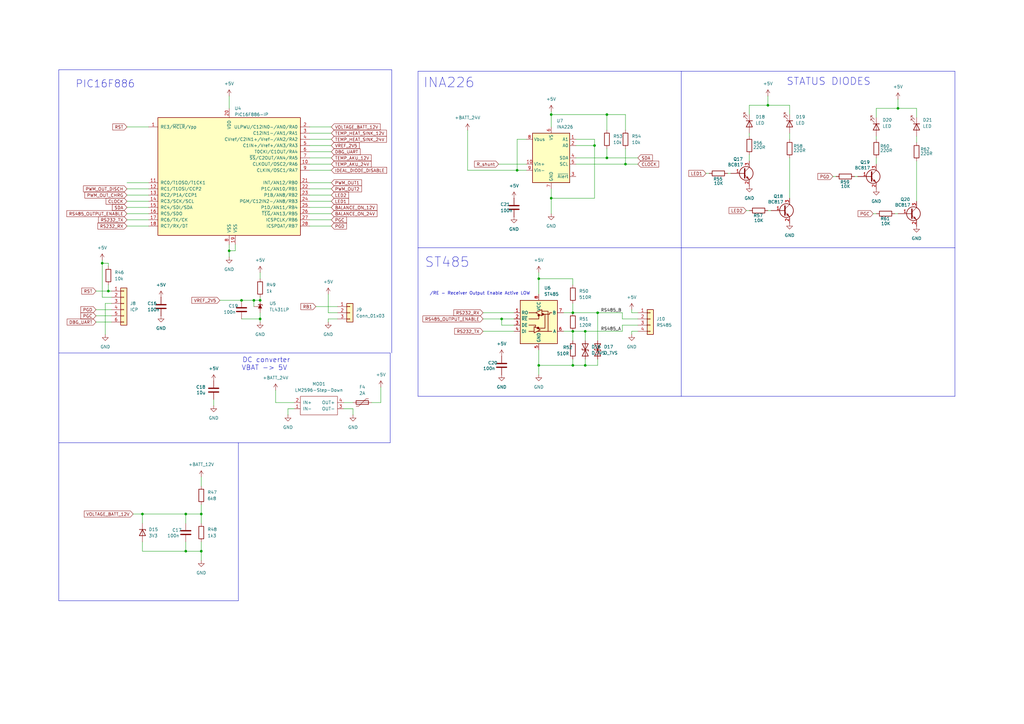
<source format=kicad_sch>
(kicad_sch (version 20231120) (generator "eeschema") (generator_version "8.0")
  (paper "A3")
  (lib_symbols
    (symbol "Connector_Generic:Conn_01x03" (pin_names (offset 1.016) hide)
      (property "Reference" "J" (at 0 5.08 0))
      (property "Value" "Conn_01x03" (at 0 -5.08 0))
      (symbol "Conn_01x03_1_1"
        (pin passive line (at -5.08 2.54 0) (length 3.81) (name "Pin_1") (number "1"))
        (pin passive line (at -5.08 0 0) (length 3.81) (name "Pin_2") (number "2"))
        (pin passive line (at -5.08 -2.54 0) (length 3.81) (name "Pin_3") (number "3"))
      )
    )
    (symbol "Connector_Generic:Conn_01x04" (pin_names (offset 1.016) hide)
      (property "Reference" "J" (at 0 5.08 0))
      (property "Value" "Conn_01x04" (at 0 -7.62 0))
      (symbol "Conn_01x04_1_1"
        (pin passive line (at -5.08 2.54 0) (length 3.81) (name "Pin_1") (number "1"))
        (pin passive line (at -5.08 0 0) (length 3.81) (name "Pin_2") (number "2"))
        (pin passive line (at -5.08 -2.54 0) (length 3.81) (name "Pin_3") (number "3"))
        (pin passive line (at -5.08 -5.08 0) (length 3.81) (name "Pin_4") (number "4"))
      )
    )
    (symbol "Connector_Generic:Conn_01x06" (pin_names (offset 1.016) hide)
      (property "Reference" "J" (at 0 7.62 0))
      (property "Value" "Conn_01x06" (at 0 -10.16 0))
      (symbol "Conn_01x06_1_1"
        (pin passive line (at -5.08 5.08 0) (length 3.81) (name "Pin_1") (number "1"))
        (pin passive line (at -5.08 2.54 0) (length 3.81) (name "Pin_2") (number "2"))
        (pin passive line (at -5.08 0 0) (length 3.81) (name "Pin_3") (number "3"))
        (pin passive line (at -5.08 -2.54 0) (length 3.81) (name "Pin_4") (number "4"))
        (pin passive line (at -5.08 -5.08 0) (length 3.81) (name "Pin_5") (number "5"))
        (pin passive line (at -5.08 -7.62 0) (length 3.81) (name "Pin_6") (number "6"))
      )
    )
    (symbol "Device:C" (pin_numbers hide) (pin_names (offset 0.254))
      (property "Reference" "C" (at 0.635 2.54 0))
      (property "Value" "C" (at 0.635 -2.54 0))
      (symbol "C_1_1"
        (pin passive line (at 0 3.81 270) (length 2.794) (name "~") (number "1"))
        (pin passive line (at 0 -3.81 90) (length 2.794) (name "~") (number "2"))
      )
    )
    (symbol "Device:D_TVS" (pin_numbers hide) (pin_names (offset 1.016) hide)
      (property "Reference" "D" (at 0 2.54 0))
      (property "Value" "D_TVS" (at 0 -2.54 0))
      (symbol "D_TVS_1_1"
        (pin passive line (at -3.81 0 0) (length 2.54) (name "A1") (number "1"))
        (pin passive line (at 3.81 0 180) (length 2.54) (name "A2") (number "2"))
      )
    )
    (symbol "Device:D_Zener" (pin_numbers hide) (pin_names (offset 1.016) hide)
      (property "Reference" "D" (at 0 2.54 0))
      (property "Value" "D_Zener" (at 0 -2.54 0))
      (symbol "D_Zener_1_1"
        (pin passive line (at -3.81 0 0) (length 2.54) (name "K") (number "1"))
        (pin passive line (at 3.81 0 180) (length 2.54) (name "A") (number "2"))
      )
    )
    (symbol "Device:LED" (pin_numbers hide) (pin_names (offset 1.016) hide)
      (property "Reference" "D" (at 0 2.54 0))
      (property "Value" "LED" (at 0 -2.54 0))
      (symbol "LED_1_1"
        (pin passive line (at -3.81 0 0) (length 2.54) (name "K") (number "1"))
        (pin passive line (at 3.81 0 180) (length 2.54) (name "A") (number "2"))
      )
    )
    (symbol "Device:Polyfuse" (pin_numbers hide) (pin_names (offset 0))
      (property "Reference" "F" (at -2.54 0 90))
      (property "Value" "Polyfuse" (at 2.54 0 90))
      (symbol "Polyfuse_1_1"
        (pin passive line (at 0 3.81 270) (length 1.27) (name "~") (number "1"))
        (pin passive line (at 0 -3.81 90) (length 1.27) (name "~") (number "2"))
      )
    )
    (symbol "Device:R" (pin_numbers hide) (pin_names (offset 0))
      (property "Reference" "R" (at 2.032 0 90))
      (property "Value" "R" (at 0 0 90))
      (symbol "R_1_1"
        (pin passive line (at 0 3.81 270) (length 1.27) (name "~") (number "1"))
        (pin passive line (at 0 -3.81 90) (length 1.27) (name "~") (number "2"))
      )
    )
    (symbol "Interface_UART:ST485EBDR"
      (property "Reference" "U" (at -6.35 8.89 0))
      (property "Value" "ST485EBDR" (at 1.27 8.89 0))
      (symbol "ST485EBDR_1_1"
        (pin output line (at -10.16 2.54 0) (length 2.54) (name "RO") (number "1"))
        (pin input line (at -10.16 0 0) (length 2.54) (name "~{RE}") (number "2"))
        (pin input line (at -10.16 -2.54 0) (length 2.54) (name "DE") (number "3"))
        (pin input line (at -10.16 -5.08 0) (length 2.54) (name "DI") (number "4"))
        (pin power_in line (at 0 -12.7 90) (length 2.54) (name "GND") (number "5"))
        (pin bidirectional line (at 10.16 -5.08 180) (length 2.54) (name "A") (number "6"))
        (pin bidirectional line (at 10.16 2.54 180) (length 2.54) (name "B") (number "7"))
        (pin power_in line (at 0 10.16 270) (length 2.54) (name "VCC") (number "8"))
      )
    )
    (symbol "MCU_Microchip_PIC16:PIC16F886-IP" (pin_names (offset 1.016))
      (property "Reference" "U" (at 13.97 27.94 0))
      (property "Value" "PIC16F886-IP" (at 13.97 25.4 0))
      (symbol "PIC16F886-IP_1_1"
        (pin bidirectional line (at -33.02 20.32 0) (length 3.81) (name "RE3/~{MCLR}/Vpp") (number "1"))
        (pin bidirectional line (at 33.02 5.08 180) (length 3.81) (name "CLKOUT/OSC2/RA6") (number "10"))
        (pin bidirectional line (at -33.02 -2.54 0) (length 3.81) (name "RC0/T1OSO/T1CK1") (number "11"))
        (pin bidirectional line (at -33.02 -5.08 0) (length 3.81) (name "RC1/T1OSI/CCP2") (number "12"))
        (pin bidirectional line (at -33.02 -7.62 0) (length 3.81) (name "RC2/P1A/CCP1") (number "13"))
        (pin bidirectional line (at -33.02 -10.16 0) (length 3.81) (name "RC3/SCK/SCL") (number "14"))
        (pin bidirectional line (at -33.02 -12.7 0) (length 3.81) (name "RC4/SDI/SDA") (number "15"))
        (pin bidirectional line (at -33.02 -15.24 0) (length 3.81) (name "RC5/SDO") (number "16"))
        (pin bidirectional line (at -33.02 -17.78 0) (length 3.81) (name "RC6/TX/CK") (number "17"))
        (pin bidirectional line (at -33.02 -20.32 0) (length 3.81) (name "RC7/RX/DT") (number "18"))
        (pin power_in line (at 2.54 -27.94 90) (length 3.81) (name "VSS") (number "19"))
        (pin bidirectional line (at 33.02 20.32 180) (length 3.81) (name "ULPWU/C12IN0-/AN0/RA0") (number "2"))
        (pin power_in line (at 0 27.94 270) (length 3.81) (name "VDD") (number "20"))
        (pin bidirectional line (at 33.02 -2.54 180) (length 3.81) (name "INT/AN12/RB0") (number "21"))
        (pin bidirectional line (at 33.02 -5.08 180) (length 3.81) (name "P1C/AN10/RB1") (number "22"))
        (pin bidirectional line (at 33.02 -7.62 180) (length 3.81) (name "P1B/AN8/RB2") (number "23"))
        (pin bidirectional line (at 33.02 -10.16 180) (length 3.81) (name "PGM/C12IN2-/AN8/RB3") (number "24"))
        (pin bidirectional line (at 33.02 -12.7 180) (length 3.81) (name "P1D/AN11/RB4") (number "25"))
        (pin bidirectional line (at 33.02 -15.24 180) (length 3.81) (name "~{T1G}/AN13/RB5") (number "26"))
        (pin bidirectional line (at 33.02 -17.78 180) (length 3.81) (name "ICSPCLK/RB6") (number "27"))
        (pin bidirectional line (at 33.02 -20.32 180) (length 3.81) (name "ICSPDAT/RB7") (number "28"))
        (pin bidirectional line (at 33.02 17.78 180) (length 3.81) (name "C12IN1-/AN1/RA1") (number "3"))
        (pin bidirectional line (at 33.02 15.24 180) (length 3.81) (name "CVref/C2IN1+/Vref-/AN2/RA2") (number "4"))
        (pin bidirectional line (at 33.02 12.7 180) (length 3.81) (name "C1IN+/Vref+/AN3/RA3") (number "5"))
        (pin bidirectional line (at 33.02 10.16 180) (length 3.81) (name "T0CKI/C1OUT/RA4") (number "6"))
        (pin bidirectional line (at 33.02 7.62 180) (length 3.81) (name "~{SS}/C2OUT/AN4/RA5") (number "7"))
        (pin power_in line (at 0 -27.94 90) (length 3.81) (name "VSS") (number "8"))
        (pin input line (at 33.02 2.54 180) (length 3.81) (name "CLKIN/OSC1/RA7") (number "9"))
      )
    )
    (symbol "My-Lib:LM2596-Step-Down" (pin_names (offset 1.016))
      (property "Reference" "MOD" (at 1.27 1.27 0))
      (property "Value" "LM2596-Step-Down" (at 8.89 3.81 0))
      (symbol "LM2596-Step-Down_1_1"
        (pin input line (at -2.54 -5.08 0) (length 2.54) (name "IN-") (number "1"))
        (pin input line (at -2.54 -2.54 0) (length 2.54) (name "IN+") (number "2"))
        (pin output line (at 17.78 -5.08 180) (length 2.54) (name "OUT-") (number "3"))
        (pin output line (at 17.78 -2.54 180) (length 2.54) (name "OUT+") (number "4"))
      )
    )
    (symbol "Reference_Voltage:TL431LP" (pin_numbers hide) (pin_names hide)
      (property "Reference" "U" (at -2.54 2.54 0))
      (property "Value" "TL431LP" (at 0 -2.54 0))
      (symbol "TL431LP_1_1"
        (pin passive line (at 0 2.54 270) (length 2.54) (name "REF") (number "1"))
        (pin passive line (at -2.54 0 0) (length 2.54) (name "A") (number "2"))
        (pin passive line (at 2.54 0 180) (length 2.54) (name "K") (number "3"))
      )
    )
    (symbol "Sensor_Energy:INA226"
      (property "Reference" "U" (at -6.35 11.43 0))
      (property "Value" "INA226" (at 3.81 11.43 0))
      (symbol "INA226_1_1"
        (pin input line (at 10.16 7.62 180) (length 2.54) (name "A1") (number "1"))
        (pin input line (at -10.16 -2.54 0) (length 2.54) (name "Vin+") (number "10"))
        (pin input line (at 10.16 5.08 180) (length 2.54) (name "A0") (number "2"))
        (pin open_collector line (at 10.16 -7.62 180) (length 2.54) (name "~{Alert}") (number "3"))
        (pin bidirectional line (at 10.16 0 180) (length 2.54) (name "SDA") (number "4"))
        (pin input line (at 10.16 -2.54 180) (length 2.54) (name "SCL") (number "5"))
        (pin power_in line (at 0 12.7 270) (length 2.54) (name "VS") (number "6"))
        (pin power_in line (at 0 -12.7 90) (length 2.54) (name "GND") (number "7"))
        (pin input line (at -10.16 7.62 0) (length 2.54) (name "Vbus") (number "8"))
        (pin input line (at -10.16 -5.08 0) (length 2.54) (name "Vin-") (number "9"))
      )
    )
    (symbol "Transistor_BJT:BC817" (pin_names (offset 0) hide)
      (property "Reference" "Q" (at 5.08 1.905 0))
      (property "Value" "BC817" (at 5.08 0 0))
      (symbol "BC817_1_1"
        (pin input line (at -5.08 0 0) (length 5.715) (name "B") (number "1"))
        (pin passive line (at 2.54 -5.08 90) (length 2.54) (name "E") (number "2"))
        (pin passive line (at 2.54 5.08 270) (length 2.54) (name "C") (number "3"))
      )
    )
    (symbol "power:+5V" (power) (pin_numbers hide) (pin_names (offset 0) hide)
      (property "Value" "+5V" (at 0 3.556 0))
      (symbol "+5V_1_1"
        (pin power_in line (at 0 0 90) (length 0) (name "~") (number "1"))
      )
    )
    (symbol "power:+BATT" (power) (pin_numbers hide) (pin_names (offset 0) hide)
      (property "Value" "+BATT" (at 0 3.556 0))
      (symbol "+BATT_1_1"
        (pin power_in line (at 0 0 90) (length 0) (name "~") (number "1"))
      )
    )
    (symbol "power:GND" (power) (pin_numbers hide) (pin_names (offset 0) hide)
      (property "Value" "GND" (at 0 -3.81 0))
      (symbol "GND_1_1"
        (pin power_in line (at 0 0 270) (length 0) (name "~") (number "1"))
      )
    )
  )
  (junction (at 93.98 102.87))
  (junction (at 243.84 59.69))
  (junction (at 106.68 123.19))
  (junction (at 44.45 119.38))
  (junction (at 245.11 128.27))
  (junction (at 234.95 149.86))
  (junction (at 220.98 114.3))
  (junction (at 76.2 210.82))
  (junction (at 248.92 46.99))
  (junction (at 240.03 135.89))
  (junction (at 82.55 226.06))
  (junction (at 212.09 69.85))
  (junction (at 99.06 123.19))
  (junction (at 104.14 123.19))
  (junction (at 248.92 64.77))
  (junction (at 314.96 43.18))
  (junction (at 220.98 149.86))
  (junction (at 226.06 81.28))
  (junction (at 41.91 107.95))
  (junction (at 256.54 67.31))
  (junction (at 76.2 226.06))
  (junction (at 368.3 44.45))
  (junction (at 234.95 135.89))
  (junction (at 58.42 210.82))
  (junction (at 234.95 128.27))
  (junction (at 240.03 149.86))
  (junction (at 226.06 46.99))
  (junction (at 106.68 130.81))
  (junction (at 82.55 210.82))
  (junction (at 205.74 130.81))
  (wire (pts (xy 45.72 124.46) (xy 43.18 124.46)))
  (wire (pts (xy 212.09 57.15) (xy 212.09 69.85)))
  (wire (pts (xy 248.92 46.99) (xy 248.92 53.34)))
  (wire (pts (xy 212.09 69.85) (xy 215.9 69.85)))
  (wire (pts (xy 306.07 86.36) (xy 307.34 86.36)))
  (wire (pts (xy 138.43 130.81) (xy 134.62 130.81)))
  (wire (pts (xy 118.11 170.18) (xy 118.11 167.64)))
  (wire (pts (xy 41.91 107.95) (xy 44.45 107.95)))
  (wire (pts (xy 127 64.77) (xy 135.89 64.77)))
  (wire (pts (xy 314.96 43.18) (xy 323.85 43.18)))
  (polyline (pts (xy 160.02 144.78) (xy 160.02 181.61)))
  (wire (pts (xy 226.06 45.72) (xy 226.06 46.99)))
  (wire (pts (xy 127 77.47) (xy 135.89 77.47)))
  (wire (pts (xy 76.2 210.82) (xy 82.55 210.82)))
  (wire (pts (xy 144.78 167.64) (xy 140.97 167.64)))
  (wire (pts (xy 368.3 40.64) (xy 368.3 44.45)))
  (wire (pts (xy 191.77 69.85) (xy 212.09 69.85)))
  (wire (pts (xy 226.06 46.99) (xy 248.92 46.99)))
  (wire (pts (xy 82.55 226.06) (xy 82.55 229.87)))
  (wire (pts (xy 255.27 133.35) (xy 255.27 135.89)))
  (wire (pts (xy 231.14 128.27) (xy 234.95 128.27)))
  (polyline (pts (xy 160.655 28.575) (xy 160.655 144.78)))
  (wire (pts (xy 323.85 64.77) (xy 323.85 81.28)))
  (wire (pts (xy 248.92 64.77) (xy 261.62 64.77)))
  (wire (pts (xy 76.2 210.82) (xy 76.2 214.63)))
  (wire (pts (xy 82.55 207.01) (xy 82.55 210.82)))
  (wire (pts (xy 41.91 107.95) (xy 41.91 121.92)))
  (wire (pts (xy 127 52.07) (xy 135.89 52.07)))
  (wire (pts (xy 198.12 128.27) (xy 210.82 128.27)))
  (wire (pts (xy 261.62 133.35) (xy 255.27 133.35)))
  (wire (pts (xy 259.08 137.16) (xy 259.08 135.89)))
  (wire (pts (xy 307.34 54.61) (xy 307.34 55.88)))
  (wire (pts (xy 76.2 222.25) (xy 76.2 226.06)))
  (wire (pts (xy 52.07 82.55) (xy 60.96 82.55)))
  (polyline (pts (xy 24.13 181.61) (xy 97.79 181.61)))
  (wire (pts (xy 52.07 80.01) (xy 60.96 80.01)))
  (wire (pts (xy 127 54.61) (xy 135.89 54.61)))
  (wire (pts (xy 99.06 123.19) (xy 104.14 123.19)))
  (wire (pts (xy 106.68 121.92) (xy 106.68 123.19)))
  (wire (pts (xy 259.08 128.27) (xy 259.08 127)))
  (wire (pts (xy 129.54 125.73) (xy 138.43 125.73)))
  (wire (pts (xy 245.11 147.32) (xy 245.11 149.86)))
  (wire (pts (xy 96.52 102.87) (xy 96.52 100.33)))
  (wire (pts (xy 359.41 64.77) (xy 359.41 67.31)))
  (wire (pts (xy 234.95 135.89) (xy 240.03 135.89)))
  (wire (pts (xy 236.22 64.77) (xy 248.92 64.77)))
  (wire (pts (xy 156.21 165.1) (xy 156.21 158.75)))
  (wire (pts (xy 210.82 133.35) (xy 205.74 133.35)))
  (wire (pts (xy 234.95 124.46) (xy 234.95 128.27)))
  (polyline (pts (xy 97.79 246.38) (xy 97.79 181.61)))
  (wire (pts (xy 76.2 226.06) (xy 58.42 226.06)))
  (polyline (pts (xy 279.4 162.56) (xy 391.668 162.56)))
  (wire (pts (xy 205.74 130.81) (xy 210.82 130.81)))
  (wire (pts (xy 44.45 109.22) (xy 44.45 107.95)))
  (wire (pts (xy 39.37 129.54) (xy 45.72 129.54)))
  (wire (pts (xy 104.14 125.73) (xy 104.14 123.19)))
  (wire (pts (xy 52.07 87.63) (xy 60.96 87.63)))
  (wire (pts (xy 39.37 127) (xy 45.72 127)))
  (wire (pts (xy 255.27 130.81) (xy 255.27 128.27)))
  (polyline (pts (xy 171.45 101.6) (xy 171.45 29.21)))
  (wire (pts (xy 359.41 44.45) (xy 359.41 48.26)))
  (wire (pts (xy 236.22 59.69) (xy 243.84 59.69)))
  (wire (pts (xy 39.37 119.38) (xy 44.45 119.38)))
  (wire (pts (xy 245.11 128.27) (xy 245.11 139.7)))
  (wire (pts (xy 259.08 135.89) (xy 261.62 135.89)))
  (wire (pts (xy 39.37 132.08) (xy 45.72 132.08)))
  (wire (pts (xy 58.42 210.82) (xy 58.42 214.63)))
  (wire (pts (xy 93.98 100.33) (xy 93.98 102.87)))
  (wire (pts (xy 44.45 116.84) (xy 44.45 119.38)))
  (wire (pts (xy 135.89 90.17) (xy 127 90.17)))
  (wire (pts (xy 99.06 130.81) (xy 106.68 130.81)))
  (wire (pts (xy 198.12 135.89) (xy 210.82 135.89)))
  (wire (pts (xy 307.34 43.18) (xy 314.96 43.18)))
  (wire (pts (xy 375.92 66.04) (xy 375.92 82.55)))
  (wire (pts (xy 341.63 72.39) (xy 342.9 72.39)))
  (wire (pts (xy 82.55 210.82) (xy 82.55 214.63)))
  (wire (pts (xy 240.03 149.86) (xy 234.95 149.86)))
  (wire (pts (xy 234.95 116.84) (xy 234.95 114.3)))
  (wire (pts (xy 93.98 102.87) (xy 93.98 105.41)))
  (polyline (pts (xy 391.668 162.56) (xy 391.668 101.6)))
  (wire (pts (xy 45.72 121.92) (xy 41.91 121.92)))
  (wire (pts (xy 90.17 123.19) (xy 99.06 123.19)))
  (wire (pts (xy 127 59.69) (xy 135.89 59.69)))
  (wire (pts (xy 236.22 67.31) (xy 256.54 67.31)))
  (wire (pts (xy 127 74.93) (xy 135.89 74.93)))
  (wire (pts (xy 82.55 222.25) (xy 82.55 226.06)))
  (wire (pts (xy 134.62 120.65) (xy 134.62 128.27)))
  (wire (pts (xy 127 57.15) (xy 135.89 57.15)))
  (wire (pts (xy 234.95 149.86) (xy 220.98 149.86)))
  (wire (pts (xy 118.11 167.64) (xy 120.65 167.64)))
  (wire (pts (xy 104.14 123.19) (xy 106.68 123.19)))
  (wire (pts (xy 93.98 102.87) (xy 96.52 102.87)))
  (wire (pts (xy 41.91 106.68) (xy 41.91 107.95)))
  (wire (pts (xy 215.9 57.15) (xy 212.09 57.15)))
  (polyline (pts (xy 24.13 28.575) (xy 160.655 28.575)))
  (wire (pts (xy 127 80.01) (xy 135.89 80.01)))
  (wire (pts (xy 243.84 57.15) (xy 236.22 57.15)))
  (wire (pts (xy 307.34 43.18) (xy 307.34 46.99)))
  (polyline (pts (xy 171.45 101.6) (xy 279.4 101.6)))
  (wire (pts (xy 256.54 46.99) (xy 256.54 53.34)))
  (wire (pts (xy 245.11 128.27) (xy 255.27 128.27)))
  (wire (pts (xy 93.98 39.37) (xy 93.98 44.45)))
  (wire (pts (xy 234.95 114.3) (xy 220.98 114.3)))
  (wire (pts (xy 127 85.09) (xy 135.89 85.09)))
  (polyline (pts (xy 171.45 162.56) (xy 171.45 101.6)))
  (polyline (pts (xy 279.4 101.6) (xy 391.668 101.6)))
  (wire (pts (xy 82.55 226.06) (xy 76.2 226.06)))
  (wire (pts (xy 127 62.23) (xy 135.89 62.23)))
  (wire (pts (xy 52.07 85.09) (xy 60.96 85.09)))
  (wire (pts (xy 127 82.55) (xy 135.89 82.55)))
  (wire (pts (xy 58.42 226.06) (xy 58.42 222.25)))
  (wire (pts (xy 368.3 44.45) (xy 375.92 44.45)))
  (wire (pts (xy 359.41 55.88) (xy 359.41 57.15)))
  (wire (pts (xy 220.98 111.76) (xy 220.98 114.3)))
  (wire (pts (xy 44.45 119.38) (xy 45.72 119.38)))
  (wire (pts (xy 314.96 86.36) (xy 316.23 86.36)))
  (wire (pts (xy 138.43 128.27) (xy 134.62 128.27)))
  (wire (pts (xy 54.61 210.82) (xy 58.42 210.82)))
  (polyline (pts (xy 391.668 29.21) (xy 279.4 29.21)))
  (wire (pts (xy 256.54 60.96) (xy 256.54 67.31)))
  (wire (pts (xy 248.92 60.96) (xy 248.92 64.77)))
  (wire (pts (xy 248.92 46.99) (xy 256.54 46.99)))
  (wire (pts (xy 226.06 77.47) (xy 226.06 81.28)))
  (wire (pts (xy 152.4 165.1) (xy 156.21 165.1)))
  (wire (pts (xy 350.52 72.39) (xy 351.79 72.39)))
  (wire (pts (xy 240.03 147.32) (xy 240.03 149.86)))
  (wire (pts (xy 234.95 135.89) (xy 234.95 139.7)))
  (wire (pts (xy 375.92 44.45) (xy 375.92 48.26)))
  (wire (pts (xy 204.47 67.31) (xy 215.9 67.31)))
  (wire (pts (xy 226.06 81.28) (xy 226.06 87.63)))
  (wire (pts (xy 323.85 43.18) (xy 323.85 46.99)))
  (wire (pts (xy 113.03 165.1) (xy 120.65 165.1)))
  (wire (pts (xy 52.07 90.17) (xy 60.96 90.17)))
  (wire (pts (xy 87.63 163.83) (xy 87.63 166.37)))
  (wire (pts (xy 358.14 87.63) (xy 359.41 87.63)))
  (wire (pts (xy 226.06 46.99) (xy 226.06 52.07)))
  (polyline (pts (xy 24.13 246.38) (xy 97.79 246.38)))
  (polyline (pts (xy 24.13 181.61) (xy 24.13 28.575)))
  (wire (pts (xy 60.96 52.07) (xy 52.07 52.07)))
  (wire (pts (xy 220.98 114.3) (xy 220.98 120.65)))
  (polyline (pts (xy 171.45 29.21) (xy 279.4 29.21)))
  (wire (pts (xy 240.03 135.89) (xy 255.27 135.89)))
  (wire (pts (xy 375.92 55.88) (xy 375.92 58.42)))
  (wire (pts (xy 58.42 210.82) (xy 76.2 210.82)))
  (wire (pts (xy 307.34 63.5) (xy 307.34 66.04)))
  (wire (pts (xy 205.74 133.35) (xy 205.74 130.81)))
  (wire (pts (xy 106.68 128.27) (xy 106.68 130.81)))
  (wire (pts (xy 226.06 81.28) (xy 243.84 81.28)))
  (polyline (pts (xy 279.4 162.56) (xy 279.4 29.21)))
  (wire (pts (xy 106.68 111.76) (xy 106.68 114.3)))
  (wire (pts (xy 191.77 69.85) (xy 191.77 53.34)))
  (wire (pts (xy 231.14 135.89) (xy 234.95 135.89)))
  (wire (pts (xy 289.56 71.12) (xy 290.83 71.12)))
  (wire (pts (xy 256.54 67.31) (xy 261.62 67.31)))
  (wire (pts (xy 144.78 167.64) (xy 144.78 170.18)))
  (wire (pts (xy 43.18 124.46) (xy 43.18 137.16)))
  (wire (pts (xy 113.03 165.1) (xy 113.03 160.02)))
  (wire (pts (xy 245.11 149.86) (xy 240.03 149.86)))
  (wire (pts (xy 261.62 130.81) (xy 255.27 130.81)))
  (wire (pts (xy 127 67.31) (xy 135.89 67.31)))
  (polyline (pts (xy 391.668 101.6) (xy 391.668 29.21)))
  (polyline (pts (xy 24.13 181.61) (xy 24.13 246.38)))
  (wire (pts (xy 314.96 39.37) (xy 314.96 43.18)))
  (polyline (pts (xy 160.02 181.61) (xy 97.79 181.61)))
  (wire (pts (xy 243.84 81.28) (xy 243.84 59.69)))
  (wire (pts (xy 243.84 59.69) (xy 243.84 57.15)))
  (wire (pts (xy 106.68 130.81) (xy 106.68 132.08)))
  (wire (pts (xy 127 69.85) (xy 135.89 69.85)))
  (wire (pts (xy 134.62 130.81) (xy 134.62 132.08)))
  (wire (pts (xy 234.95 128.27) (xy 245.11 128.27)))
  (polyline (pts (xy 24.13 144.78) (xy 160.02 144.78)))
  (wire (pts (xy 82.55 195.58) (xy 82.55 199.39)))
  (wire (pts (xy 135.89 92.71) (xy 127 92.71)))
  (wire (pts (xy 220.98 143.51) (xy 220.98 149.86)))
  (wire (pts (xy 261.62 128.27) (xy 259.08 128.27)))
  (wire (pts (xy 367.03 87.63) (xy 368.3 87.63)))
  (wire (pts (xy 127 87.63) (xy 135.89 87.63)))
  (wire (pts (xy 52.07 74.93) (xy 60.96 74.93)))
  (wire (pts (xy 220.98 149.86) (xy 220.98 153.67)))
  (polyline (pts (xy 171.45 162.56) (xy 279.4 162.56)))
  (wire (pts (xy 140.97 165.1) (xy 144.78 165.1)))
  (wire (pts (xy 368.3 44.45) (xy 359.41 44.45)))
  (wire (pts (xy 198.12 130.81) (xy 205.74 130.81)))
  (wire (pts (xy 52.07 77.47) (xy 60.96 77.47)))
  (wire (pts (xy 323.85 54.61) (xy 323.85 57.15)))
  (wire (pts (xy 234.95 147.32) (xy 234.95 149.86)))
  (wire (pts (xy 298.45 71.12) (xy 299.72 71.12)))
  (wire (pts (xy 240.03 135.89) (xy 240.03 139.7)))
  (wire (pts (xy 52.07 92.71) (xy 60.96 92.71)))
  (text "INA226\n" (at 184.15 34.036 0) (effects (font (size 4 4))))
  (text "PIC16F886" (at 43.18 34.544 0) (effects (font (size 3 3))))
  (text "ST485" (at 183.388 107.696 0) (effects (font (size 4 4))))
  (text "DC converter\nVBAT -> 5V " (at 109.22 149.352 0) (effects (font (size 2 2))))
  (text "/RE - Receiver Output Enable Active LOW" (at 196.85 120.396 0) (effects (font (size 1.27 1.27))))
  (text "STATUS DIODES" (at 339.852 33.528 0) (effects (font (size 3 3))))
  (label "RS485_A" (at 246.38 135.89 0))
  (label "RS485_B" (at 246.38 128.27 0))
  (global_label "PGD" (shape input) (at 135.89 92.71 0) (property "Intersheetrefs" "${INTERSHEET_REFS}" (effects (hide yes))))
  (global_label "LED2" (shape input) (at 135.89 80.01 0) (property "Intersheetrefs" "${INTERSHEET_REFS}" (effects (hide yes))))
  (global_label "R_shunt" (shape input) (at 204.47 67.31 180) (property "Intersheetrefs" "${INTERSHEET_REFS}" (effects (hide yes))))
  (global_label "VOLTAGE_BATT_12V" (shape input) (at 54.61 210.82 180) (property "Intersheetrefs" "${INTERSHEET_REFS}" (effects (hide yes))))
  (global_label "TEMP_AKU_12V" (shape input) (at 135.89 64.77 0) (property "Intersheetrefs" "${INTERSHEET_REFS}" (effects (hide yes))))
  (global_label "PWM_OUT1" (shape input) (at 135.89 74.93 0) (property "Intersheetrefs" "${INTERSHEET_REFS}" (effects (hide yes))))
  (global_label "RST" (shape input) (at 52.07 52.07 180) (property "Intersheetrefs" "${INTERSHEET_REFS}" (effects (hide yes))))
  (global_label "RS232_RX" (shape input) (at 198.12 128.27 180) (property "Intersheetrefs" "${INTERSHEET_REFS}" (effects (hide yes))))
  (global_label "LED1" (shape input) (at 135.89 82.55 0) (property "Intersheetrefs" "${INTERSHEET_REFS}" (effects (hide yes))))
  (global_label "PGD" (shape input) (at 341.63 72.39 180) (property "Intersheetrefs" "${INTERSHEET_REFS}" (effects (hide yes))))
  (global_label "RST" (shape input) (at 39.37 119.38 180) (property "Intersheetrefs" "${INTERSHEET_REFS}" (effects (hide yes))))
  (global_label "TEMP_AKU_24V" (shape input) (at 135.89 67.31 0) (property "Intersheetrefs" "${INTERSHEET_REFS}" (effects (hide yes))))
  (global_label "SDA" (shape input) (at 261.62 64.77 0) (property "Intersheetrefs" "${INTERSHEET_REFS}" (effects (hide yes))))
  (global_label "PWM_OUT_CHRG" (shape input) (at 52.07 80.01 180) (property "Intersheetrefs" "${INTERSHEET_REFS}" (effects (hide yes))))
  (global_label "SDA" (shape input) (at 52.07 85.09 180) (property "Intersheetrefs" "${INTERSHEET_REFS}" (effects (hide yes))))
  (global_label "IDEAL_DIODE_DISABLE" (shape input) (at 135.89 69.85 0) (property "Intersheetrefs" "${INTERSHEET_REFS}" (effects (hide yes))))
  (global_label "VOLTAGE_BATT_12V" (shape input) (at 135.89 52.07 0) (property "Intersheetrefs" "${INTERSHEET_REFS}" (effects (hide yes))))
  (global_label "BALANCE_ON_12V" (shape input) (at 135.89 85.09 0) (property "Intersheetrefs" "${INTERSHEET_REFS}" (effects (hide yes))))
  (global_label "VREF_2V5" (shape input) (at 90.17 123.19 180) (property "Intersheetrefs" "${INTERSHEET_REFS}" (effects (hide yes))))
  (global_label "CLOCK" (shape input) (at 261.62 67.31 0) (property "Intersheetrefs" "${INTERSHEET_REFS}" (effects (hide yes))))
  (global_label "RS485_OUTPUT_ENABLE" (shape input) (at 198.12 130.81 180) (property "Intersheetrefs" "${INTERSHEET_REFS}" (effects (hide yes))))
  (global_label "RS232_TX" (shape input) (at 198.12 135.89 180) (property "Intersheetrefs" "${INTERSHEET_REFS}" (effects (hide yes))))
  (global_label "PGC" (shape input) (at 358.14 87.63 180) (property "Intersheetrefs" "${INTERSHEET_REFS}" (effects (hide yes))))
  (global_label "DBG_UART" (shape input) (at 135.89 62.23 0) (property "Intersheetrefs" "${INTERSHEET_REFS}" (effects (hide yes))))
  (global_label "TEMP_HEAT_SINK_12V" (shape input) (at 135.89 54.61 0) (property "Intersheetrefs" "${INTERSHEET_REFS}" (effects (hide yes))))
  (global_label "PWM_OUT_DISCH" (shape input) (at 52.07 77.47 180) (property "Intersheetrefs" "${INTERSHEET_REFS}" (effects (hide yes))))
  (global_label "LED1" (shape input) (at 289.56 71.12 180) (property "Intersheetrefs" "${INTERSHEET_REFS}" (effects (hide yes))))
  (global_label "PGC" (shape input) (at 39.37 129.54 180) (property "Intersheetrefs" "${INTERSHEET_REFS}" (effects (hide yes))))
  (global_label "LED2" (shape input) (at 306.07 86.36 180) (property "Intersheetrefs" "${INTERSHEET_REFS}" (effects (hide yes))))
  (global_label "RB1" (shape input) (at 129.54 125.73 180) (property "Intersheetrefs" "${INTERSHEET_REFS}" (effects (hide yes))))
  (global_label "CLOCK" (shape input) (at 52.07 82.55 180) (property "Intersheetrefs" "${INTERSHEET_REFS}" (effects (hide yes))))
  (global_label "PGC" (shape input) (at 135.89 90.17 0) (property "Intersheetrefs" "${INTERSHEET_REFS}" (effects (hide yes))))
  (global_label "RS232_RX" (shape input) (at 52.07 92.71 180) (property "Intersheetrefs" "${INTERSHEET_REFS}" (effects (hide yes))))
  (global_label "BALANCE_ON_24V" (shape input) (at 135.89 87.63 0) (property "Intersheetrefs" "${INTERSHEET_REFS}" (effects (hide yes))))
  (global_label "RS232_TX" (shape input) (at 52.07 90.17 180) (property "Intersheetrefs" "${INTERSHEET_REFS}" (effects (hide yes))))
  (global_label "PGD" (shape input) (at 39.37 127 180) (property "Intersheetrefs" "${INTERSHEET_REFS}" (effects (hide yes))))
  (global_label "DBG_UART" (shape input) (at 39.37 132.08 180) (property "Intersheetrefs" "${INTERSHEET_REFS}" (effects (hide yes))))
  (global_label "PWM_OUT2" (shape input) (at 135.89 77.47 0) (property "Intersheetrefs" "${INTERSHEET_REFS}" (effects (hide yes))))
  (global_label "TEMP_HEAT_SINK_24V" (shape input) (at 135.89 57.15 0) (property "Intersheetrefs" "${INTERSHEET_REFS}" (effects (hide yes))))
  (global_label "VREF_2V5" (shape input) (at 135.89 59.69 0) (property "Intersheetrefs" "${INTERSHEET_REFS}" (effects (hide yes))))
  (global_label "RS485_OUTPUT_ENABLE" (shape input) (at 52.07 87.63 180) (property "Intersheetrefs" "${INTERSHEET_REFS}" (effects (hide yes))))
  (symbol (lib_id "power:GND") (at 66.04 129.54 0) (unit 1)
    (property "Reference" "#PWR056" (effects (hide yes)))
    (property "Value" "GND" (at 66.04 134.62 0))
    (property "Description" "Power symbol creates a global label with name \"GND\" , ground" (effects (hide yes)))
  )
  (symbol (lib_id "Device:C") (at 87.63 160.02 180) (unit 1)
    (property "Reference" "C18" (at 84.328 158.75 0) (effects (justify left)))
    (property "Value" "10u" (at 84.328 161.036 0) (effects (justify left)))
    (property "Footprint" "Capacitor_SMD:CP_Elec_6.3x4.5" (effects (hide yes)))
    (property "Description" "Unpolarized capacitor" (effects (hide yes)))
  )
  (symbol (lib_id "Device:R") (at 248.92 57.15 0) (unit 1)
    (property "Reference" "R53" (at 251.46 55.8799 0) (effects (justify left)))
    (property "Value" "10k" (at 251.46 58.4199 0) (effects (justify left)))
    (property "Footprint" "Resistor_SMD:R_0805_2012Metric_Pad1.20x1.40mm_HandSolder" (effects (hide yes)))
    (property "Description" "Resistor" (effects (hide yes)))
  )
  (symbol (lib_id "Device:R") (at 82.55 203.2 0) (unit 1)
    (property "Reference" "R47" (at 85.09 201.9299 0) (effects (justify left)))
    (property "Value" "6k8" (at 85.09 204.4699 0) (effects (justify left)))
    (property "Footprint" "Resistor_SMD:R_0805_2012Metric_Pad1.20x1.40mm_HandSolder" (effects (hide yes)))
    (property "Description" "Resistor" (effects (hide yes)))
  )
  (symbol (lib_id "power:+5V") (at 368.3 40.64 0) (unit 1)
    (property "Reference" "#PWR086" (effects (hide yes)))
    (property "Value" "+5V" (at 368.3 35.56 0))
    (property "Description" "Power symbol creates a global label with name \"+5V\"" (effects (hide yes)))
  )
  (symbol (lib_id "power:+BATT") (at 191.77 53.34 0) (unit 1)
    (property "Reference" "#PWR071" (effects (hide yes)))
    (property "Value" "+BATT_24V" (at 191.77 48.26 0))
    (property "Description" "Power symbol creates a global label with name \"+BATT\"" (effects (hide yes)))
  )
  (symbol (lib_id "power:GND") (at 43.18 137.16 0) (unit 1)
    (property "Reference" "#PWR054" (effects (hide yes)))
    (property "Value" "GND" (at 43.18 142.24 0))
    (property "Description" "Power symbol creates a global label with name \"GND\" , ground" (effects (hide yes)))
  )
  (symbol (lib_id "power:+5V") (at 87.63 156.21 0) (unit 1)
    (property "Reference" "#PWR059" (effects (hide yes)))
    (property "Value" "+5V" (at 87.63 151.13 0))
    (property "Description" "Power symbol creates a global label with name \"+5V\"" (effects (hide yes)))
  )
  (symbol (lib_id "Device:R") (at 256.54 57.15 0) (unit 1)
    (property "Reference" "R54" (at 259.08 55.8799 0) (effects (justify left)))
    (property "Value" "10k" (at 259.08 58.4199 0) (effects (justify left)))
    (property "Footprint" "Resistor_SMD:R_0805_2012Metric_Pad1.20x1.40mm_HandSolder" (effects (hide yes)))
    (property "Description" "Resistor" (effects (hide yes)))
  )
  (symbol (lib_id "power:+5V") (at 41.91 106.68 0) (unit 1)
    (property "Reference" "#PWR053" (effects (hide yes)))
    (property "Value" "+5V" (at 41.91 101.6 0))
    (property "Description" "Power symbol creates a global label with name \"+5V\"" (effects (hide yes)))
  )
  (symbol (lib_id "Interface_UART:ST485EBDR") (at 220.98 130.81 0) (unit 1)
    (property "Reference" "U6" (at 223.1741 118.11 0) (effects (justify left)))
    (property "Value" "ST485" (at 223.1741 120.65 0) (effects (justify left)))
    (property "Footprint" "Package_SO:SOIC-8_3.9x4.9mm_P1.27mm" (effects (hide yes)))
    (property "Datasheet" "http://www.st.com/resource/en/datasheet/st485eb.pdf" (effects (hide yes)))
    (property "Description" "Half duplex RS-485/RS-422, 5 Mbps, ±15kV electro-static discharge (ESD) protection, no slew-rate, with low-power shutdown, with receiver/driver enable, 256 transceiver on the bus - 40 to 85 °C, SOIC-8" (effects (hide yes)))
  )
  (symbol (lib_id "power:GND") (at 93.98 105.41 0) (unit 1)
    (property "Reference" "#PWR062" (effects (hide yes)))
    (property "Value" "GND" (at 93.98 110.49 0))
    (property "Description" "Power symbol creates a global label with name \"GND\" , ground" (effects (hide yes)))
  )
  (symbol (lib_id "Device:LED") (at 359.41 52.07 270) (unit 1)
    (property "Reference" "D20" (at 361.95 49.2124 90) (effects (justify left)))
    (property "Value" "LED" (at 361.95 51.7524 90) (effects (justify left)))
    (property "Footprint" "LED_THT:LED_D5.0mm" (effects (hide yes)))
    (property "Description" "Light emitting diode" (effects (hide yes)))
  )
  (symbol (lib_id "Device:C") (at 66.04 125.73 0) (unit 1)
    (property "Reference" "C16" (at 60.452 124.46 0) (effects (justify left)))
    (property "Value" "100n" (at 60.452 127 0) (effects (justify left)))
    (property "Footprint" "Capacitor_SMD:C_0805_2012Metric_Pad1.18x1.45mm_HandSolder" (effects (hide yes)))
    (property "Description" "Unpolarized capacitor" (effects (hide yes)))
  )
  (symbol (lib_id "power:GND") (at 106.68 132.08 0) (unit 1)
    (property "Reference" "#PWR064" (effects (hide yes)))
    (property "Value" "GND" (at 106.68 137.16 0))
    (property "Description" "Power symbol creates a global label with name \"GND\" , ground" (effects (hide yes)))
  )
  (symbol (lib_id "power:GND") (at 210.82 88.9 0) (unit 1)
    (property "Reference" "#PWR075" (effects (hide yes)))
    (property "Value" "GND" (at 210.82 93.98 0))
    (property "Description" "Power symbol creates a global label with name \"GND\" , ground" (effects (hide yes)))
  )
  (symbol (lib_id "Device:R") (at 375.92 62.23 180) (unit 1)
    (property "Reference" "R62" (at 377.444 61.214 0) (effects (justify right)))
    (property "Value" "220R" (at 377.444 62.992 0) (effects (justify right)))
    (property "Footprint" "Resistor_SMD:R_0805_2012Metric_Pad1.20x1.40mm_HandSolder" (effects (hide yes)))
    (property "Description" "Resistor" (effects (hide yes)))
  )
  (symbol (lib_id "power:+5V") (at 156.21 158.75 0) (unit 1)
    (property "Reference" "#PWR070" (effects (hide yes)))
    (property "Value" "+5V" (at 156.21 153.67 0))
    (property "Description" "Power symbol creates a global label with name \"+5V\"" (effects (hide yes)))
  )
  (symbol (lib_id "Device:R") (at 82.55 218.44 0) (unit 1)
    (property "Reference" "R48" (at 85.09 217.1699 0) (effects (justify left)))
    (property "Value" "1k3" (at 85.09 219.7099 0) (effects (justify left)))
    (property "Footprint" "Resistor_SMD:R_0805_2012Metric_Pad1.20x1.40mm_HandSolder" (effects (hide yes)))
    (property "Description" "Resistor" (effects (hide yes)))
  )
  (symbol (lib_id "power:GND") (at 144.78 170.18 0) (unit 1)
    (property "Reference" "#PWR069" (effects (hide yes)))
    (property "Value" "GND" (at 144.78 175.26 0))
    (property "Description" "Power symbol creates a global label with name \"GND\" , ground" (effects (hide yes)))
  )
  (symbol (lib_id "Device:LED") (at 307.34 50.8 270) (unit 1)
    (property "Reference" "D18" (at 309.88 47.9424 90) (effects (justify left)))
    (property "Value" "LED" (at 309.88 50.4824 90) (effects (justify left)))
    (property "Footprint" "LED_THT:LED_D5.0mm" (effects (hide yes)))
    (property "Description" "Light emitting diode" (effects (hide yes)))
  )
  (symbol (lib_id "Device:R") (at 106.68 118.11 0) (unit 1)
    (property "Reference" "R49" (at 109.22 116.8399 0) (effects (justify left)))
    (property "Value" "1k" (at 109.22 119.3799 0) (effects (justify left)))
    (property "Footprint" "Resistor_SMD:R_0805_2012Metric_Pad1.20x1.40mm_HandSolder" (effects (hide yes)))
    (property "Description" "Resistor" (effects (hide yes)))
  )
  (symbol (lib_id "power:GND") (at 226.06 87.63 0) (unit 1)
    (property "Reference" "#PWR079" (effects (hide yes)))
    (property "Value" "GND" (at 226.06 92.71 0))
    (property "Description" "Power symbol creates a global label with name \"GND\" , ground" (effects (hide yes)))
  )
  (symbol (lib_id "Device:R") (at 307.34 59.69 180) (unit 1)
    (property "Reference" "R56" (at 308.864 58.674 0) (effects (justify right)))
    (property "Value" "220R" (at 308.864 60.452 0) (effects (justify right)))
    (property "Footprint" "Resistor_SMD:R_0805_2012Metric_Pad1.20x1.40mm_HandSolder" (effects (hide yes)))
    (property "Description" "Resistor" (effects (hide yes)))
  )
  (symbol (lib_id "Device:R") (at 311.15 86.36 270) (unit 1)
    (property "Reference" "R57" (at 312.928 88.392 90) (effects (justify right)))
    (property "Value" "10K" (at 313.182 90.424 90) (effects (justify right)))
    (property "Footprint" "Resistor_SMD:R_0805_2012Metric_Pad1.20x1.40mm_HandSolder" (effects (hide yes)))
    (property "Description" "Resistor" (effects (hide yes)))
  )
  (symbol (lib_id "Device:R") (at 234.95 143.51 0) (unit 1)
    (property "Reference" "R52" (at 230.886 142.494 0) (effects (justify left)))
    (property "Value" "510R" (at 228.346 145.034 0) (effects (justify left)))
    (property "Footprint" "Resistor_SMD:R_0805_2012Metric_Pad1.20x1.40mm_HandSolder" (effects (hide yes)))
    (property "Description" "Resistor" (effects (hide yes)))
  )
  (symbol (lib_id "Device:R") (at 234.95 132.08 0) (unit 1)
    (property "Reference" "R51" (at 237.49 130.8099 0) (effects (justify left)))
    (property "Value" "120R" (at 237.49 133.3499 0) (effects (justify left)))
    (property "Footprint" "Resistor_SMD:R_0805_2012Metric_Pad1.20x1.40mm_HandSolder" (effects (hide yes)))
    (property "Description" "Resistor" (effects (hide yes)))
  )
  (symbol (lib_id "power:GND") (at 205.74 153.67 0) (unit 1)
    (property "Reference" "#PWR073" (effects (hide yes)))
    (property "Value" "GND" (at 205.74 158.75 0))
    (property "Description" "Power symbol creates a global label with name \"GND\" , ground" (effects (hide yes)))
  )
  (symbol (lib_id "Device:R") (at 44.45 113.03 0) (unit 1)
    (property "Reference" "R46" (at 46.99 111.7599 0) (effects (justify left)))
    (property "Value" "10k" (at 46.99 114.2999 0) (effects (justify left)))
    (property "Footprint" "Resistor_SMD:R_0805_2012Metric_Pad1.20x1.40mm_HandSolder" (effects (hide yes)))
    (property "Description" "Resistor" (effects (hide yes)))
  )
  (symbol (lib_id "Device:LED") (at 375.92 52.07 270) (unit 1)
    (property "Reference" "D21" (at 378.46 49.2124 90) (effects (justify left)))
    (property "Value" "LED" (at 378.46 51.7524 90) (effects (justify left)))
    (property "Footprint" "LED_THT:LED_D5.0mm" (effects (hide yes)))
    (property "Description" "Light emitting diode" (effects (hide yes)))
  )
  (symbol (lib_id "Connector_Generic:Conn_01x03") (at 143.51 128.27 0) (unit 1)
    (property "Reference" "J9" (at 146.05 126.9999 0) (effects (justify left)))
    (property "Value" "Conn_01x03" (at 146.05 129.5399 0) (effects (justify left)))
    (property "Footprint" "Connector_PinHeader_2.54mm:PinHeader_1x03_P2.54mm_Vertical" (effects (hide yes)))
    (property "Description" "Generic connector, single row, 01x03, script generated (kicad-library-utils/schlib/autogen/connector/)" (effects (hide yes)))
  )
  (symbol (lib_id "Transistor_BJT:BC817") (at 356.87 72.39 0) (unit 1)
    (property "Reference" "Q19" (at 352.806 66.548 0) (effects (justify left)))
    (property "Value" "BC817" (at 350.52 68.834 0) (effects (justify left)))
    (property "Footprint" "Package_TO_SOT_SMD:SOT-23" (effects (hide yes)))
    (property "Datasheet" "http://www.fairchildsemi.com/ds/BC/BC817.pdf" (effects (hide yes)))
  )
  (symbol (lib_id "Device:D_TVS") (at 245.11 143.51 90) (unit 1)
    (property "Reference" "D17" (at 247.65 142.2399 90) (effects (justify right)))
    (property "Value" "D_TVS" (at 247.65 144.7799 90) (effects (justify right)))
    (property "Footprint" "Diode_SMD:D_SMC" (effects (hide yes)))
    (property "Description" "Bidirectional transient-voltage-suppression diode" (effects (hide yes)))
  )
  (symbol (lib_id "Device:R") (at 363.22 87.63 270) (unit 1)
    (property "Reference" "R61" (at 364.998 89.662 90) (effects (justify right)))
    (property "Value" "10K" (at 365.252 91.694 90) (effects (justify right)))
    (property "Footprint" "Resistor_SMD:R_0805_2012Metric_Pad1.20x1.40mm_HandSolder" (effects (hide yes)))
    (property "Description" "Resistor" (effects (hide yes)))
  )
  (symbol (lib_id "power:+5V") (at 314.96 39.37 0) (unit 1)
    (property "Reference" "#PWR083" (effects (hide yes)))
    (property "Value" "+5V" (at 314.96 34.29 0))
    (property "Description" "Power symbol creates a global label with name \"+5V\"" (effects (hide yes)))
  )
  (symbol (lib_id "Device:Polyfuse") (at 148.59 165.1 90) (unit 1)
    (property "Reference" "F4" (at 148.59 158.75 90))
    (property "Value" "2A" (at 148.59 161.29 90))
    (property "Footprint" "Fuse:Fuse_2512_6332Metric_Pad1.52x3.35mm_HandSolder" (effects (hide yes)))
    (property "Description" "Resettable fuse, polymeric positive temperature coefficient" (effects (hide yes)))
  )
  (symbol (lib_id "power:GND") (at 307.34 76.2 0) (unit 1)
    (property "Reference" "#PWR082" (effects (hide yes)))
    (property "Value" "GND" (at 307.34 81.28 0))
    (property "Description" "Power symbol creates a global label with name \"GND\" , ground" (effects (hide yes)))
  )
  (symbol (lib_id "Device:R") (at 323.85 60.96 180) (unit 1)
    (property "Reference" "R58" (at 325.374 59.944 0) (effects (justify right)))
    (property "Value" "220R" (at 325.374 61.722 0) (effects (justify right)))
    (property "Footprint" "Resistor_SMD:R_0805_2012Metric_Pad1.20x1.40mm_HandSolder" (effects (hide yes)))
    (property "Description" "Resistor" (effects (hide yes)))
  )
  (symbol (lib_id "power:+5V") (at 205.74 146.05 0) (unit 1)
    (property "Reference" "#PWR072" (effects (hide yes)))
    (property "Value" "+5V" (at 205.74 140.97 0))
    (property "Description" "Power symbol creates a global label with name \"+5V\"" (effects (hide yes)))
  )
  (symbol (lib_id "Transistor_BJT:BC817") (at 373.38 87.63 0) (unit 1)
    (property "Reference" "Q20" (at 369.316 81.788 0) (effects (justify left)))
    (property "Value" "BC817" (at 367.03 84.074 0) (effects (justify left)))
    (property "Footprint" "Package_TO_SOT_SMD:SOT-23" (effects (hide yes)))
    (property "Datasheet" "http://www.fairchildsemi.com/ds/BC/BC817.pdf" (effects (hide yes)))
  )
  (symbol (lib_id "power:+5V") (at 220.98 111.76 0) (unit 1)
    (property "Reference" "#PWR076" (effects (hide yes)))
    (property "Value" "+5V" (at 220.98 106.68 0))
    (property "Description" "Power symbol creates a global label with name \"+5V\"" (effects (hide yes)))
  )
  (symbol (lib_id "power:+5V") (at 134.62 120.65 0) (unit 1)
    (property "Reference" "#PWR067" (effects (hide yes)))
    (property "Value" "+5V" (at 134.62 115.57 0))
    (property "Description" "Power symbol creates a global label with name \"+5V\"" (effects (hide yes)))
  )
  (symbol (lib_id "power:GND") (at 82.55 229.87 0) (unit 1)
    (property "Reference" "#PWR058" (effects (hide yes)))
    (property "Value" "GND" (at 82.55 234.95 0))
    (property "Description" "Power symbol creates a global label with name \"GND\" , ground" (effects (hide yes)))
  )
  (symbol (lib_id "Device:C") (at 76.2 218.44 0) (unit 1)
    (property "Reference" "C17" (at 70.612 217.424 0) (effects (justify left)))
    (property "Value" "100n" (at 68.58 219.71 0) (effects (justify left)))
    (property "Footprint" "Capacitor_SMD:C_0805_2012Metric_Pad1.18x1.45mm_HandSolder" (effects (hide yes)))
    (property "Description" "Unpolarized capacitor" (effects (hide yes)))
  )
  (symbol (lib_id "power:GND") (at 259.08 137.16 0) (unit 1)
    (property "Reference" "#PWR081" (effects (hide yes)))
    (property "Value" "GND" (at 259.08 142.24 0))
    (property "Description" "Power symbol creates a global label with name \"GND\" , ground" (effects (hide yes)))
  )
  (symbol (lib_id "Reference_Voltage:TL431LP") (at 106.68 125.73 90) (unit 1)
    (property "Reference" "U5" (at 110.49 124.4599 90) (effects (justify right)))
    (property "Value" "TL431LP" (at 110.49 126.9999 90) (effects (justify right)))
    (property "Footprint" "Package_TO_SOT_THT:TO-92_Inline" (effects (hide yes)))
    (property "Datasheet" "http://www.ti.com/lit/ds/symlink/tl431.pdf" (effects (hide yes)))
    (property "Description" "Shunt Regulator, TO-92" (effects (hide yes)))
  )
  (symbol (lib_id "Device:D_Zener") (at 58.42 218.44 270) (unit 1)
    (property "Reference" "D15" (at 60.96 217.1699 90) (effects (justify left)))
    (property "Value" "3V3" (at 60.96 219.7099 90) (effects (justify left)))
    (property "Footprint" "Diode_SMD:D_MiniMELF" (effects (hide yes)))
    (property "Description" "Zener diode" (effects (hide yes)))
  )
  (symbol (lib_id "MCU_Microchip_PIC16:PIC16F886-IP") (at 93.98 72.39 0) (unit 1)
    (property "Reference" "U4" (at 96.1741 44.45 0) (effects (justify left)))
    (property "Value" "PIC16F886-IP" (at 96.1741 46.99 0) (effects (justify left)))
    (property "Footprint" "Package_SO:SOIC-28W_7.5x17.9mm_P1.27mm" (effects (hide yes)))
    (property "Datasheet" "http://ww1.microchip.com/downloads/en/DeviceDoc/41291D.pdf" (effects (hide yes)))
    (property "Description" "8K Flash, 256B SRAM, 256B EEPROM, XLP, DIP28" (effects (hide yes)))
  )
  (symbol (lib_id "Device:C") (at 205.74 149.86 0) (unit 1)
    (property "Reference" "C20" (at 200.152 148.844 0) (effects (justify left)))
    (property "Value" "100n" (at 198.12 151.13 0) (effects (justify left)))
    (property "Footprint" "Capacitor_SMD:C_0805_2012Metric_Pad1.18x1.45mm_HandSolder" (effects (hide yes)))
    (property "Description" "Unpolarized capacitor" (effects (hide yes)))
  )
  (symbol (lib_id "My-Lib:LM2596-Step-Down") (at 123.19 162.56 0) (unit 1)
    (property "Reference" "MOD1" (at 130.81 157.48 0))
    (property "Value" "LM2596-Step-Down" (at 130.81 160.02 0))
    (property "Footprint" "My-Footprints:MP1504_Mini_3A_Step_Down_Conv" (effects (hide yes)))
  )
  (symbol (lib_id "Device:C") (at 210.82 85.09 0) (unit 1)
    (property "Reference" "C21" (at 205.232 83.82 0) (effects (justify left)))
    (property "Value" "100n" (at 205.232 86.36 0) (effects (justify left)))
    (property "Footprint" "Resistor_SMD:R_0805_2012Metric_Pad1.20x1.40mm_HandSolder" (effects (hide yes)))
    (property "Description" "Unpolarized capacitor" (effects (hide yes)))
  )
  (symbol (lib_id "power:+5V") (at 210.82 81.28 0) (unit 1)
    (property "Reference" "#PWR074" (effects (hide yes)))
    (property "Value" "+5V" (at 210.82 76.2 0))
    (property "Description" "Power symbol creates a global label with name \"+5V\"" (effects (hide yes)))
  )
  (symbol (lib_id "Device:D_TVS") (at 240.03 143.51 90) (unit 1)
    (property "Reference" "D16" (at 242.57 142.2399 90) (effects (justify right)))
    (property "Value" "D_TVS" (at 242.57 144.7799 90) (effects (justify right)))
    (property "Footprint" "Diode_SMD:D_SMC" (effects (hide yes)))
    (property "Description" "Bidirectional transient-voltage-suppression diode" (effects (hide yes)))
  )
  (symbol (lib_id "power:GND") (at 118.11 170.18 0) (unit 1)
    (property "Reference" "#PWR066" (effects (hide yes)))
    (property "Value" "GND" (at 118.11 175.26 0))
    (property "Description" "Power symbol creates a global label with name \"GND\" , ground" (effects (hide yes)))
  )
  (symbol (lib_id "Device:C") (at 99.06 127 0) (unit 1)
    (property "Reference" "C19" (at 93.726 125.476 0) (effects (justify left)))
    (property "Value" "100n" (at 91.694 128.016 0) (effects (justify left)))
    (property "Footprint" "Capacitor_SMD:C_0805_2012Metric_Pad1.18x1.45mm_HandSolder" (effects (hide yes)))
    (property "Description" "Unpolarized capacitor" (effects (hide yes)))
  )
  (symbol (lib_id "power:GND") (at 359.41 77.47 0) (unit 1)
    (property "Reference" "#PWR085" (effects (hide yes)))
    (property "Value" "GND" (at 359.41 82.55 0))
    (property "Description" "Power symbol creates a global label with name \"GND\" , ground" (effects (hide yes)))
  )
  (symbol (lib_id "Transistor_BJT:BC817") (at 304.8 71.12 0) (unit 1)
    (property "Reference" "Q17" (at 300.736 65.278 0) (effects (justify left)))
    (property "Value" "BC817" (at 298.45 67.564 0) (effects (justify left)))
    (property "Footprint" "Package_TO_SOT_SMD:SOT-23" (effects (hide yes)))
    (property "Datasheet" "http://www.fairchildsemi.com/ds/BC/BC817.pdf" (effects (hide yes)))
  )
  (symbol (lib_id "power:+5V") (at 259.08 127 0) (unit 1)
    (property "Reference" "#PWR080" (effects (hide yes)))
    (property "Value" "+5V" (at 259.08 121.92 0))
    (property "Description" "Power symbol creates a global label with name \"+5V\"" (effects (hide yes)))
  )
  (symbol (lib_id "power:GND") (at 323.85 91.44 0) (unit 1)
    (property "Reference" "#PWR084" (effects (hide yes)))
    (property "Value" "GND" (at 323.85 96.52 0))
    (property "Description" "Power symbol creates a global label with name \"GND\" , ground" (effects (hide yes)))
  )
  (symbol (lib_id "power:+5V") (at 93.98 39.37 0) (unit 1)
    (property "Reference" "#PWR061" (effects (hide yes)))
    (property "Value" "+5V" (at 93.98 34.29 0))
    (property "Description" "Power symbol creates a global label with name \"+5V\"" (effects (hide yes)))
  )
  (symbol (lib_id "power:+5V") (at 66.04 121.92 0) (unit 1)
    (property "Reference" "#PWR055" (effects (hide yes)))
    (property "Value" "+5V" (at 66.04 116.84 0))
    (property "Description" "Power symbol creates a global label with name \"+5V\"" (effects (hide yes)))
  )
  (symbol (lib_id "Transistor_BJT:BC817") (at 321.31 86.36 0) (unit 1)
    (property "Reference" "Q18" (at 317.246 80.518 0) (effects (justify left)))
    (property "Value" "BC817" (at 314.96 82.804 0) (effects (justify left)))
    (property "Footprint" "Package_TO_SOT_SMD:SOT-23" (effects (hide yes)))
    (property "Datasheet" "http://www.fairchildsemi.com/ds/BC/BC817.pdf" (effects (hide yes)))
  )
  (symbol (lib_id "power:GND") (at 87.63 166.37 0) (unit 1)
    (property "Reference" "#PWR060" (effects (hide yes)))
    (property "Value" "GND" (at 87.63 171.45 0))
    (property "Description" "Power symbol creates a global label with name \"GND\" , ground" (effects (hide yes)))
  )
  (symbol (lib_id "power:+5V") (at 106.68 111.76 0) (unit 1)
    (property "Reference" "#PWR063" (effects (hide yes)))
    (property "Value" "+5V" (at 106.68 106.68 0))
    (property "Description" "Power symbol creates a global label with name \"+5V\"" (effects (hide yes)))
  )
  (symbol (lib_id "power:GND") (at 134.62 132.08 0) (unit 1)
    (property "Reference" "#PWR068" (effects (hide yes)))
    (property "Value" "GND" (at 134.62 137.16 0))
    (property "Description" "Power symbol creates a global label with name \"GND\" , ground" (effects (hide yes)))
  )
  (symbol (lib_id "Connector_Generic:Conn_01x06") (at 50.8 124.46 0) (unit 1)
    (property "Reference" "J8" (at 53.34 124.4599 0) (effects (justify left)))
    (property "Value" "ICP" (at 53.34 126.9999 0) (effects (justify left)))
    (property "Footprint" "Connector_PinHeader_2.54mm:PinHeader_1x06_P2.54mm_Vertical" (effects (hide yes)))
    (property "Description" "Generic connector, single row, 01x06, script generated (kicad-library-utils/schlib/autogen/connector/)" (effects (hide yes)))
  )
  (symbol (lib_id "Device:R") (at 359.41 60.96 180) (unit 1)
    (property "Reference" "R60" (at 360.934 59.944 0) (effects (justify right)))
    (property "Value" "220R" (at 360.934 61.722 0) (effects (justify right)))
    (property "Footprint" "Resistor_SMD:R_0805_2012Metric_Pad1.20x1.40mm_HandSolder" (effects (hide yes)))
    (property "Description" "Resistor" (effects (hide yes)))
  )
  (symbol (lib_id "Device:LED") (at 323.85 50.8 270) (unit 1)
    (property "Reference" "D19" (at 326.39 47.9424 90) (effects (justify left)))
    (property "Value" "LED" (at 326.39 50.4824 90) (effects (justify left)))
    (property "Footprint" "LED_THT:LED_D5.0mm" (effects (hide yes)))
    (property "Description" "Light emitting diode" (effects (hide yes)))
  )
  (symbol (lib_id "Device:R") (at 346.71 72.39 270) (unit 1)
    (property "Reference" "R59" (at 348.488 74.676 90) (effects (justify right)))
    (property "Value" "10K" (at 348.742 76.454 90) (effects (justify right)))
    (property "Footprint" "Resistor_SMD:R_0805_2012Metric_Pad1.20x1.40mm_HandSolder" (effects (hide yes)))
    (property "Description" "Resistor" (effects (hide yes)))
  )
  (symbol (lib_id "power:GND") (at 220.98 153.67 0) (unit 1)
    (property "Reference" "#PWR077" (effects (hide yes)))
    (property "Value" "GND" (at 220.98 158.75 0))
    (property "Description" "Power symbol creates a global label with name \"GND\" , ground" (effects (hide yes)))
  )
  (symbol (lib_id "Connector_Generic:Conn_01x04") (at 266.7 130.81 0) (unit 1)
    (property "Reference" "J10" (at 269.24 130.8099 0) (effects (justify left)))
    (property "Value" "RS485" (at 269.24 133.3499 0) (effects (justify left)))
    (property "Footprint" "Connector_PinHeader_2.54mm:PinHeader_1x04_P2.54mm_Vertical" (effects (hide yes)))
    (property "Description" "Generic connector, single row, 01x04, script generated (kicad-library-utils/schlib/autogen/connector/)" (effects (hide yes)))
  )
  (symbol (lib_id "Device:R") (at 234.95 120.65 0) (unit 1)
    (property "Reference" "R50" (at 237.49 119.3799 0) (effects (justify left)))
    (property "Value" "510R" (at 237.49 121.9199 0) (effects (justify left)))
    (property "Footprint" "Resistor_SMD:R_0805_2012Metric_Pad1.20x1.40mm_HandSolder" (effects (hide yes)))
    (property "Description" "Resistor" (effects (hide yes)))
  )
  (symbol (lib_id "power:+BATT") (at 82.55 195.58 0) (unit 1)
    (property "Reference" "#PWR057" (effects (hide yes)))
    (property "Value" "+BATT_12V" (at 82.55 190.5 0))
    (property "Description" "Power symbol creates a global label with name \"+BATT\"" (effects (hide yes)))
  )
  (symbol (lib_id "power:GND") (at 375.92 92.71 0) (unit 1)
    (property "Reference" "#PWR087" (effects (hide yes)))
    (property "Value" "GND" (at 375.92 97.79 0))
    (property "Description" "Power symbol creates a global label with name \"GND\" , ground" (effects (hide yes)))
  )
  (symbol (lib_id "Sensor_Energy:INA226") (at 226.06 64.77 0) (unit 1)
    (property "Reference" "U7" (at 228.2541 49.53 0) (effects (justify left)))
    (property "Value" "INA226" (at 228.2541 52.07 0) (effects (justify left)))
    (property "Footprint" "Package_SO:VSSOP-10_3x3mm_P0.5mm" (effects (hide yes)))
    (property "Datasheet" "http://www.ti.com/lit/ds/symlink/ina226.pdf" (effects (hide yes)))
    (property "Description" "High-Side or Low-Side Measurement, Bi-Directional Current and Power Monitor (0-36V) with I2C Compatible Interface, VSSOP-10" (effects (hide yes)))
  )
  (symbol (lib_id "power:+BATT") (at 113.03 160.02 0) (unit 1)
    (property "Reference" "#PWR065" (effects (hide yes)))
    (property "Value" "+BATT_24V" (at 113.03 154.94 0))
    (property "Description" "Power symbol creates a global label with name \"+BATT\"" (effects (hide yes)))
  )
  (symbol (lib_id "power:+5V") (at 226.06 45.72 0) (unit 1)
    (property "Reference" "#PWR078" (effects (hide yes)))
    (property "Value" "+5V" (at 226.06 40.64 0))
    (property "Description" "Power symbol creates a global label with name \"+5V\"" (effects (hide yes)))
  )
  (symbol (lib_id "Device:R") (at 294.64 71.12 270) (unit 1)
    (property "Reference" "R55" (at 296.418 73.406 90) (effects (justify right)))
    (property "Value" "10K" (at 296.672 75.184 90) (effects (justify right)))
    (property "Footprint" "Resistor_SMD:R_0805_2012Metric_Pad1.20x1.40mm_HandSolder" (effects (hide yes)))
    (property "Description" "Resistor" (effects (hide yes)))
  )
)
</source>
